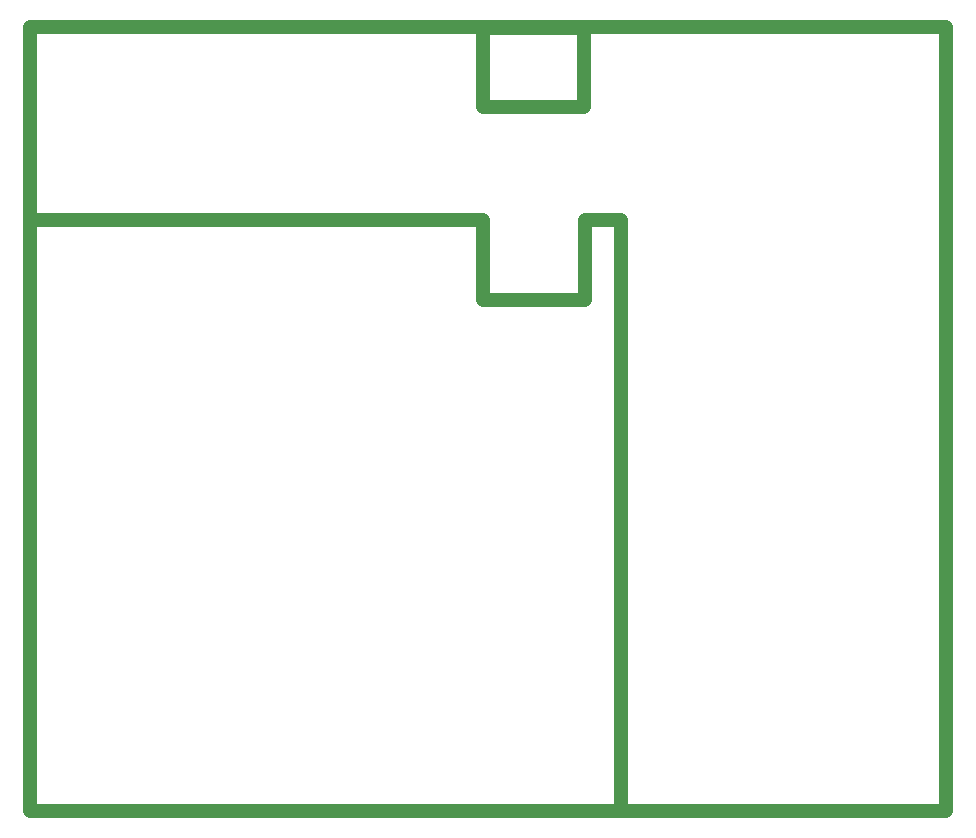
<source format=gbr>
%TF.GenerationSoftware,Altium Limited,Altium Designer,21.7.2 (23)*%
G04 Layer_Color=16711935*
%FSLAX45Y45*%
%MOMM*%
%TF.SameCoordinates,ACC8E456-25BC-4CB5-B469-56B585E6E94B*%
%TF.FilePolarity,Positive*%
%TF.FileFunction,Other,Mechanical_1*%
%TF.Part,Single*%
G01*
G75*
%TA.AperFunction,NonConductor*%
%ADD92C,1.20000*%
D92*
X3835160Y6632500D02*
X4690160D01*
Y5962500D02*
Y6632500D01*
X3835160Y5962500D02*
X4690160D01*
X3835160D02*
Y6632500D01*
X0Y0D02*
Y6637500D01*
X7750000D01*
Y0D02*
Y6637500D01*
X0Y0D02*
X7750000D01*
X5000000D02*
Y5000000D01*
X4695000D02*
X5000000D01*
X4695000Y4330000D02*
Y5000000D01*
X3835000Y4330000D02*
X4695000D01*
X3835000D02*
Y5000000D01*
X0D02*
X3835000D01*
X0Y0D02*
Y5000000D01*
Y0D02*
X5000000D01*
%TF.MD5,36e62013b0ca3e368532a9fdd8fa6397*%
M02*

</source>
